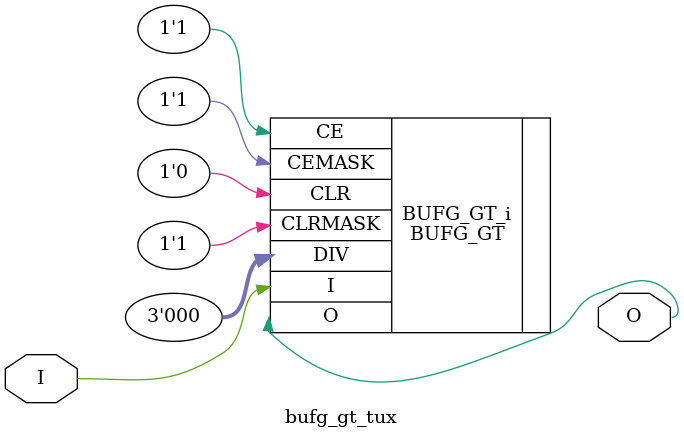
<source format=sv>
`timescale 1ns / 1ps

module bufg_gt_tux
(
    input I,
    output O
);


    BUFG_GT BUFG_GT_i 
    (
        .O       (O), // 1-bit output: Buffer
        .CE      (1'b1), // 1-bit input: Buffer enable
        .CEMASK  (1'b1), // 1-bit input: CE Mask
        .CLR     (1'b0), // 1-bit input: Asynchronous clear
        .CLRMASK (1'b1), // 1-bit input: CLR Mask
        .DIV     (3'b0), // 3-bit input: Dynamic divide Value
        .I       (I) // 1-bit input: Buffer
    );
endmodule

</source>
